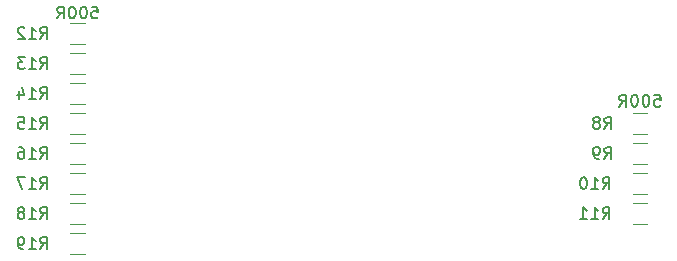
<source format=gbr>
G04 #@! TF.GenerationSoftware,KiCad,Pcbnew,(5.0.1)-3*
G04 #@! TF.CreationDate,2019-12-19T09:37:46+04:00*
G04 #@! TF.ProjectId,Roboarm,526F626F61726D2E6B696361645F7063,rev?*
G04 #@! TF.SameCoordinates,Original*
G04 #@! TF.FileFunction,Legend,Bot*
G04 #@! TF.FilePolarity,Positive*
%FSLAX46Y46*%
G04 Gerber Fmt 4.6, Leading zero omitted, Abs format (unit mm)*
G04 Created by KiCad (PCBNEW (5.0.1)-3) date 19.12.2019 09:37:46*
%MOMM*%
%LPD*%
G01*
G04 APERTURE LIST*
%ADD10C,0.120000*%
%ADD11C,0.150000*%
G04 APERTURE END LIST*
D10*
G04 #@! TO.C,R8*
X189265000Y-93590000D02*
X190465000Y-93590000D01*
X190465000Y-91830000D02*
X189265000Y-91830000D01*
G04 #@! TO.C,R9*
X189265000Y-96130000D02*
X190465000Y-96130000D01*
X190465000Y-94370000D02*
X189265000Y-94370000D01*
G04 #@! TO.C,R10*
X189265000Y-98670000D02*
X190465000Y-98670000D01*
X190465000Y-96910000D02*
X189265000Y-96910000D01*
G04 #@! TO.C,R11*
X190465000Y-99450000D02*
X189265000Y-99450000D01*
X189265000Y-101210000D02*
X190465000Y-101210000D01*
G04 #@! TO.C,R12*
X142840000Y-84210000D02*
X141640000Y-84210000D01*
X141640000Y-85970000D02*
X142840000Y-85970000D01*
G04 #@! TO.C,R13*
X141640000Y-88510000D02*
X142840000Y-88510000D01*
X142840000Y-86750000D02*
X141640000Y-86750000D01*
G04 #@! TO.C,R14*
X142840000Y-89290000D02*
X141640000Y-89290000D01*
X141640000Y-91050000D02*
X142840000Y-91050000D01*
G04 #@! TO.C,R15*
X141640000Y-93590000D02*
X142840000Y-93590000D01*
X142840000Y-91830000D02*
X141640000Y-91830000D01*
G04 #@! TO.C,R16*
X141640000Y-96130000D02*
X142840000Y-96130000D01*
X142840000Y-94370000D02*
X141640000Y-94370000D01*
G04 #@! TO.C,R17*
X142840000Y-96910000D02*
X141640000Y-96910000D01*
X141640000Y-98670000D02*
X142840000Y-98670000D01*
G04 #@! TO.C,R18*
X141640000Y-101210000D02*
X142840000Y-101210000D01*
X142840000Y-99450000D02*
X141640000Y-99450000D01*
G04 #@! TO.C,R19*
X142840000Y-101990000D02*
X141640000Y-101990000D01*
X141640000Y-103750000D02*
X142840000Y-103750000D01*
G04 #@! TO.C,R8*
D11*
X186856666Y-93162380D02*
X187190000Y-92686190D01*
X187428095Y-93162380D02*
X187428095Y-92162380D01*
X187047142Y-92162380D01*
X186951904Y-92210000D01*
X186904285Y-92257619D01*
X186856666Y-92352857D01*
X186856666Y-92495714D01*
X186904285Y-92590952D01*
X186951904Y-92638571D01*
X187047142Y-92686190D01*
X187428095Y-92686190D01*
X186285238Y-92590952D02*
X186380476Y-92543333D01*
X186428095Y-92495714D01*
X186475714Y-92400476D01*
X186475714Y-92352857D01*
X186428095Y-92257619D01*
X186380476Y-92210000D01*
X186285238Y-92162380D01*
X186094761Y-92162380D01*
X185999523Y-92210000D01*
X185951904Y-92257619D01*
X185904285Y-92352857D01*
X185904285Y-92400476D01*
X185951904Y-92495714D01*
X185999523Y-92543333D01*
X186094761Y-92590952D01*
X186285238Y-92590952D01*
X186380476Y-92638571D01*
X186428095Y-92686190D01*
X186475714Y-92781428D01*
X186475714Y-92971904D01*
X186428095Y-93067142D01*
X186380476Y-93114761D01*
X186285238Y-93162380D01*
X186094761Y-93162380D01*
X185999523Y-93114761D01*
X185951904Y-93067142D01*
X185904285Y-92971904D01*
X185904285Y-92781428D01*
X185951904Y-92686190D01*
X185999523Y-92638571D01*
X186094761Y-92590952D01*
X191079285Y-90257380D02*
X191555476Y-90257380D01*
X191603095Y-90733571D01*
X191555476Y-90685952D01*
X191460238Y-90638333D01*
X191222142Y-90638333D01*
X191126904Y-90685952D01*
X191079285Y-90733571D01*
X191031666Y-90828809D01*
X191031666Y-91066904D01*
X191079285Y-91162142D01*
X191126904Y-91209761D01*
X191222142Y-91257380D01*
X191460238Y-91257380D01*
X191555476Y-91209761D01*
X191603095Y-91162142D01*
X190412619Y-90257380D02*
X190317380Y-90257380D01*
X190222142Y-90305000D01*
X190174523Y-90352619D01*
X190126904Y-90447857D01*
X190079285Y-90638333D01*
X190079285Y-90876428D01*
X190126904Y-91066904D01*
X190174523Y-91162142D01*
X190222142Y-91209761D01*
X190317380Y-91257380D01*
X190412619Y-91257380D01*
X190507857Y-91209761D01*
X190555476Y-91162142D01*
X190603095Y-91066904D01*
X190650714Y-90876428D01*
X190650714Y-90638333D01*
X190603095Y-90447857D01*
X190555476Y-90352619D01*
X190507857Y-90305000D01*
X190412619Y-90257380D01*
X189460238Y-90257380D02*
X189365000Y-90257380D01*
X189269761Y-90305000D01*
X189222142Y-90352619D01*
X189174523Y-90447857D01*
X189126904Y-90638333D01*
X189126904Y-90876428D01*
X189174523Y-91066904D01*
X189222142Y-91162142D01*
X189269761Y-91209761D01*
X189365000Y-91257380D01*
X189460238Y-91257380D01*
X189555476Y-91209761D01*
X189603095Y-91162142D01*
X189650714Y-91066904D01*
X189698333Y-90876428D01*
X189698333Y-90638333D01*
X189650714Y-90447857D01*
X189603095Y-90352619D01*
X189555476Y-90305000D01*
X189460238Y-90257380D01*
X188126904Y-91257380D02*
X188460238Y-90781190D01*
X188698333Y-91257380D02*
X188698333Y-90257380D01*
X188317380Y-90257380D01*
X188222142Y-90305000D01*
X188174523Y-90352619D01*
X188126904Y-90447857D01*
X188126904Y-90590714D01*
X188174523Y-90685952D01*
X188222142Y-90733571D01*
X188317380Y-90781190D01*
X188698333Y-90781190D01*
G04 #@! TO.C,R9*
X186856666Y-95702380D02*
X187190000Y-95226190D01*
X187428095Y-95702380D02*
X187428095Y-94702380D01*
X187047142Y-94702380D01*
X186951904Y-94750000D01*
X186904285Y-94797619D01*
X186856666Y-94892857D01*
X186856666Y-95035714D01*
X186904285Y-95130952D01*
X186951904Y-95178571D01*
X187047142Y-95226190D01*
X187428095Y-95226190D01*
X186380476Y-95702380D02*
X186190000Y-95702380D01*
X186094761Y-95654761D01*
X186047142Y-95607142D01*
X185951904Y-95464285D01*
X185904285Y-95273809D01*
X185904285Y-94892857D01*
X185951904Y-94797619D01*
X185999523Y-94750000D01*
X186094761Y-94702380D01*
X186285238Y-94702380D01*
X186380476Y-94750000D01*
X186428095Y-94797619D01*
X186475714Y-94892857D01*
X186475714Y-95130952D01*
X186428095Y-95226190D01*
X186380476Y-95273809D01*
X186285238Y-95321428D01*
X186094761Y-95321428D01*
X185999523Y-95273809D01*
X185951904Y-95226190D01*
X185904285Y-95130952D01*
G04 #@! TO.C,R10*
X186697857Y-98242380D02*
X187031190Y-97766190D01*
X187269285Y-98242380D02*
X187269285Y-97242380D01*
X186888333Y-97242380D01*
X186793095Y-97290000D01*
X186745476Y-97337619D01*
X186697857Y-97432857D01*
X186697857Y-97575714D01*
X186745476Y-97670952D01*
X186793095Y-97718571D01*
X186888333Y-97766190D01*
X187269285Y-97766190D01*
X185745476Y-98242380D02*
X186316904Y-98242380D01*
X186031190Y-98242380D02*
X186031190Y-97242380D01*
X186126428Y-97385238D01*
X186221666Y-97480476D01*
X186316904Y-97528095D01*
X185126428Y-97242380D02*
X185031190Y-97242380D01*
X184935952Y-97290000D01*
X184888333Y-97337619D01*
X184840714Y-97432857D01*
X184793095Y-97623333D01*
X184793095Y-97861428D01*
X184840714Y-98051904D01*
X184888333Y-98147142D01*
X184935952Y-98194761D01*
X185031190Y-98242380D01*
X185126428Y-98242380D01*
X185221666Y-98194761D01*
X185269285Y-98147142D01*
X185316904Y-98051904D01*
X185364523Y-97861428D01*
X185364523Y-97623333D01*
X185316904Y-97432857D01*
X185269285Y-97337619D01*
X185221666Y-97290000D01*
X185126428Y-97242380D01*
G04 #@! TO.C,R11*
X186697857Y-100782380D02*
X187031190Y-100306190D01*
X187269285Y-100782380D02*
X187269285Y-99782380D01*
X186888333Y-99782380D01*
X186793095Y-99830000D01*
X186745476Y-99877619D01*
X186697857Y-99972857D01*
X186697857Y-100115714D01*
X186745476Y-100210952D01*
X186793095Y-100258571D01*
X186888333Y-100306190D01*
X187269285Y-100306190D01*
X185745476Y-100782380D02*
X186316904Y-100782380D01*
X186031190Y-100782380D02*
X186031190Y-99782380D01*
X186126428Y-99925238D01*
X186221666Y-100020476D01*
X186316904Y-100068095D01*
X184793095Y-100782380D02*
X185364523Y-100782380D01*
X185078809Y-100782380D02*
X185078809Y-99782380D01*
X185174047Y-99925238D01*
X185269285Y-100020476D01*
X185364523Y-100068095D01*
G04 #@! TO.C,R12*
X139072857Y-85542380D02*
X139406190Y-85066190D01*
X139644285Y-85542380D02*
X139644285Y-84542380D01*
X139263333Y-84542380D01*
X139168095Y-84590000D01*
X139120476Y-84637619D01*
X139072857Y-84732857D01*
X139072857Y-84875714D01*
X139120476Y-84970952D01*
X139168095Y-85018571D01*
X139263333Y-85066190D01*
X139644285Y-85066190D01*
X138120476Y-85542380D02*
X138691904Y-85542380D01*
X138406190Y-85542380D02*
X138406190Y-84542380D01*
X138501428Y-84685238D01*
X138596666Y-84780476D01*
X138691904Y-84828095D01*
X137739523Y-84637619D02*
X137691904Y-84590000D01*
X137596666Y-84542380D01*
X137358571Y-84542380D01*
X137263333Y-84590000D01*
X137215714Y-84637619D01*
X137168095Y-84732857D01*
X137168095Y-84828095D01*
X137215714Y-84970952D01*
X137787142Y-85542380D01*
X137168095Y-85542380D01*
X143454285Y-82792380D02*
X143930476Y-82792380D01*
X143978095Y-83268571D01*
X143930476Y-83220952D01*
X143835238Y-83173333D01*
X143597142Y-83173333D01*
X143501904Y-83220952D01*
X143454285Y-83268571D01*
X143406666Y-83363809D01*
X143406666Y-83601904D01*
X143454285Y-83697142D01*
X143501904Y-83744761D01*
X143597142Y-83792380D01*
X143835238Y-83792380D01*
X143930476Y-83744761D01*
X143978095Y-83697142D01*
X142787619Y-82792380D02*
X142692380Y-82792380D01*
X142597142Y-82840000D01*
X142549523Y-82887619D01*
X142501904Y-82982857D01*
X142454285Y-83173333D01*
X142454285Y-83411428D01*
X142501904Y-83601904D01*
X142549523Y-83697142D01*
X142597142Y-83744761D01*
X142692380Y-83792380D01*
X142787619Y-83792380D01*
X142882857Y-83744761D01*
X142930476Y-83697142D01*
X142978095Y-83601904D01*
X143025714Y-83411428D01*
X143025714Y-83173333D01*
X142978095Y-82982857D01*
X142930476Y-82887619D01*
X142882857Y-82840000D01*
X142787619Y-82792380D01*
X141835238Y-82792380D02*
X141740000Y-82792380D01*
X141644761Y-82840000D01*
X141597142Y-82887619D01*
X141549523Y-82982857D01*
X141501904Y-83173333D01*
X141501904Y-83411428D01*
X141549523Y-83601904D01*
X141597142Y-83697142D01*
X141644761Y-83744761D01*
X141740000Y-83792380D01*
X141835238Y-83792380D01*
X141930476Y-83744761D01*
X141978095Y-83697142D01*
X142025714Y-83601904D01*
X142073333Y-83411428D01*
X142073333Y-83173333D01*
X142025714Y-82982857D01*
X141978095Y-82887619D01*
X141930476Y-82840000D01*
X141835238Y-82792380D01*
X140501904Y-83792380D02*
X140835238Y-83316190D01*
X141073333Y-83792380D02*
X141073333Y-82792380D01*
X140692380Y-82792380D01*
X140597142Y-82840000D01*
X140549523Y-82887619D01*
X140501904Y-82982857D01*
X140501904Y-83125714D01*
X140549523Y-83220952D01*
X140597142Y-83268571D01*
X140692380Y-83316190D01*
X141073333Y-83316190D01*
G04 #@! TO.C,R13*
X139072857Y-88082380D02*
X139406190Y-87606190D01*
X139644285Y-88082380D02*
X139644285Y-87082380D01*
X139263333Y-87082380D01*
X139168095Y-87130000D01*
X139120476Y-87177619D01*
X139072857Y-87272857D01*
X139072857Y-87415714D01*
X139120476Y-87510952D01*
X139168095Y-87558571D01*
X139263333Y-87606190D01*
X139644285Y-87606190D01*
X138120476Y-88082380D02*
X138691904Y-88082380D01*
X138406190Y-88082380D02*
X138406190Y-87082380D01*
X138501428Y-87225238D01*
X138596666Y-87320476D01*
X138691904Y-87368095D01*
X137787142Y-87082380D02*
X137168095Y-87082380D01*
X137501428Y-87463333D01*
X137358571Y-87463333D01*
X137263333Y-87510952D01*
X137215714Y-87558571D01*
X137168095Y-87653809D01*
X137168095Y-87891904D01*
X137215714Y-87987142D01*
X137263333Y-88034761D01*
X137358571Y-88082380D01*
X137644285Y-88082380D01*
X137739523Y-88034761D01*
X137787142Y-87987142D01*
G04 #@! TO.C,R14*
X139072857Y-90622380D02*
X139406190Y-90146190D01*
X139644285Y-90622380D02*
X139644285Y-89622380D01*
X139263333Y-89622380D01*
X139168095Y-89670000D01*
X139120476Y-89717619D01*
X139072857Y-89812857D01*
X139072857Y-89955714D01*
X139120476Y-90050952D01*
X139168095Y-90098571D01*
X139263333Y-90146190D01*
X139644285Y-90146190D01*
X138120476Y-90622380D02*
X138691904Y-90622380D01*
X138406190Y-90622380D02*
X138406190Y-89622380D01*
X138501428Y-89765238D01*
X138596666Y-89860476D01*
X138691904Y-89908095D01*
X137263333Y-89955714D02*
X137263333Y-90622380D01*
X137501428Y-89574761D02*
X137739523Y-90289047D01*
X137120476Y-90289047D01*
G04 #@! TO.C,R15*
X139072857Y-93162380D02*
X139406190Y-92686190D01*
X139644285Y-93162380D02*
X139644285Y-92162380D01*
X139263333Y-92162380D01*
X139168095Y-92210000D01*
X139120476Y-92257619D01*
X139072857Y-92352857D01*
X139072857Y-92495714D01*
X139120476Y-92590952D01*
X139168095Y-92638571D01*
X139263333Y-92686190D01*
X139644285Y-92686190D01*
X138120476Y-93162380D02*
X138691904Y-93162380D01*
X138406190Y-93162380D02*
X138406190Y-92162380D01*
X138501428Y-92305238D01*
X138596666Y-92400476D01*
X138691904Y-92448095D01*
X137215714Y-92162380D02*
X137691904Y-92162380D01*
X137739523Y-92638571D01*
X137691904Y-92590952D01*
X137596666Y-92543333D01*
X137358571Y-92543333D01*
X137263333Y-92590952D01*
X137215714Y-92638571D01*
X137168095Y-92733809D01*
X137168095Y-92971904D01*
X137215714Y-93067142D01*
X137263333Y-93114761D01*
X137358571Y-93162380D01*
X137596666Y-93162380D01*
X137691904Y-93114761D01*
X137739523Y-93067142D01*
G04 #@! TO.C,R16*
X139072857Y-95702380D02*
X139406190Y-95226190D01*
X139644285Y-95702380D02*
X139644285Y-94702380D01*
X139263333Y-94702380D01*
X139168095Y-94750000D01*
X139120476Y-94797619D01*
X139072857Y-94892857D01*
X139072857Y-95035714D01*
X139120476Y-95130952D01*
X139168095Y-95178571D01*
X139263333Y-95226190D01*
X139644285Y-95226190D01*
X138120476Y-95702380D02*
X138691904Y-95702380D01*
X138406190Y-95702380D02*
X138406190Y-94702380D01*
X138501428Y-94845238D01*
X138596666Y-94940476D01*
X138691904Y-94988095D01*
X137263333Y-94702380D02*
X137453809Y-94702380D01*
X137549047Y-94750000D01*
X137596666Y-94797619D01*
X137691904Y-94940476D01*
X137739523Y-95130952D01*
X137739523Y-95511904D01*
X137691904Y-95607142D01*
X137644285Y-95654761D01*
X137549047Y-95702380D01*
X137358571Y-95702380D01*
X137263333Y-95654761D01*
X137215714Y-95607142D01*
X137168095Y-95511904D01*
X137168095Y-95273809D01*
X137215714Y-95178571D01*
X137263333Y-95130952D01*
X137358571Y-95083333D01*
X137549047Y-95083333D01*
X137644285Y-95130952D01*
X137691904Y-95178571D01*
X137739523Y-95273809D01*
G04 #@! TO.C,R17*
X139072857Y-98242380D02*
X139406190Y-97766190D01*
X139644285Y-98242380D02*
X139644285Y-97242380D01*
X139263333Y-97242380D01*
X139168095Y-97290000D01*
X139120476Y-97337619D01*
X139072857Y-97432857D01*
X139072857Y-97575714D01*
X139120476Y-97670952D01*
X139168095Y-97718571D01*
X139263333Y-97766190D01*
X139644285Y-97766190D01*
X138120476Y-98242380D02*
X138691904Y-98242380D01*
X138406190Y-98242380D02*
X138406190Y-97242380D01*
X138501428Y-97385238D01*
X138596666Y-97480476D01*
X138691904Y-97528095D01*
X137787142Y-97242380D02*
X137120476Y-97242380D01*
X137549047Y-98242380D01*
G04 #@! TO.C,R18*
X139072857Y-100782380D02*
X139406190Y-100306190D01*
X139644285Y-100782380D02*
X139644285Y-99782380D01*
X139263333Y-99782380D01*
X139168095Y-99830000D01*
X139120476Y-99877619D01*
X139072857Y-99972857D01*
X139072857Y-100115714D01*
X139120476Y-100210952D01*
X139168095Y-100258571D01*
X139263333Y-100306190D01*
X139644285Y-100306190D01*
X138120476Y-100782380D02*
X138691904Y-100782380D01*
X138406190Y-100782380D02*
X138406190Y-99782380D01*
X138501428Y-99925238D01*
X138596666Y-100020476D01*
X138691904Y-100068095D01*
X137549047Y-100210952D02*
X137644285Y-100163333D01*
X137691904Y-100115714D01*
X137739523Y-100020476D01*
X137739523Y-99972857D01*
X137691904Y-99877619D01*
X137644285Y-99830000D01*
X137549047Y-99782380D01*
X137358571Y-99782380D01*
X137263333Y-99830000D01*
X137215714Y-99877619D01*
X137168095Y-99972857D01*
X137168095Y-100020476D01*
X137215714Y-100115714D01*
X137263333Y-100163333D01*
X137358571Y-100210952D01*
X137549047Y-100210952D01*
X137644285Y-100258571D01*
X137691904Y-100306190D01*
X137739523Y-100401428D01*
X137739523Y-100591904D01*
X137691904Y-100687142D01*
X137644285Y-100734761D01*
X137549047Y-100782380D01*
X137358571Y-100782380D01*
X137263333Y-100734761D01*
X137215714Y-100687142D01*
X137168095Y-100591904D01*
X137168095Y-100401428D01*
X137215714Y-100306190D01*
X137263333Y-100258571D01*
X137358571Y-100210952D01*
G04 #@! TO.C,R19*
X139072857Y-103322380D02*
X139406190Y-102846190D01*
X139644285Y-103322380D02*
X139644285Y-102322380D01*
X139263333Y-102322380D01*
X139168095Y-102370000D01*
X139120476Y-102417619D01*
X139072857Y-102512857D01*
X139072857Y-102655714D01*
X139120476Y-102750952D01*
X139168095Y-102798571D01*
X139263333Y-102846190D01*
X139644285Y-102846190D01*
X138120476Y-103322380D02*
X138691904Y-103322380D01*
X138406190Y-103322380D02*
X138406190Y-102322380D01*
X138501428Y-102465238D01*
X138596666Y-102560476D01*
X138691904Y-102608095D01*
X137644285Y-103322380D02*
X137453809Y-103322380D01*
X137358571Y-103274761D01*
X137310952Y-103227142D01*
X137215714Y-103084285D01*
X137168095Y-102893809D01*
X137168095Y-102512857D01*
X137215714Y-102417619D01*
X137263333Y-102370000D01*
X137358571Y-102322380D01*
X137549047Y-102322380D01*
X137644285Y-102370000D01*
X137691904Y-102417619D01*
X137739523Y-102512857D01*
X137739523Y-102750952D01*
X137691904Y-102846190D01*
X137644285Y-102893809D01*
X137549047Y-102941428D01*
X137358571Y-102941428D01*
X137263333Y-102893809D01*
X137215714Y-102846190D01*
X137168095Y-102750952D01*
G04 #@! TD*
M02*

</source>
